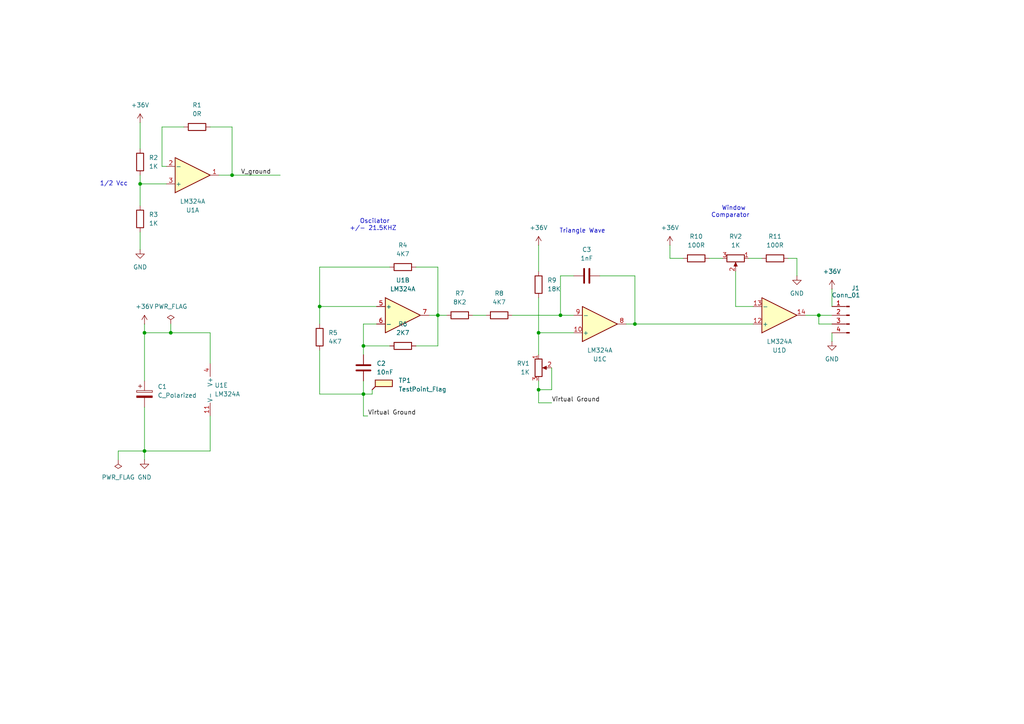
<source format=kicad_sch>
(kicad_sch (version 20231120) (generator "eeschema") (generator_version "8.0")
  (paper "A4")
  (lib_symbols
    (symbol "Amplifier_Operational:LM324A" (pin_names (offset 0.127))
      (property "Reference" "U" (at 0 5.08 0))
      (property "Value" "LM324A" (at 0 -5.08 0))
      (symbol "LM324A_1_1"
        (polyline (pts (xy -5.08 5.08) (xy 5.08 0) (xy -5.08 -5.08) (xy -5.08 5.08)) (stroke (width 0.254)) (fill (type background)))
        (pin output line (at 7.62 0 180) (length 2.54) (name "~") (number "1"))
        (pin input line (at -7.62 -2.54 0) (length 2.54) (name "-") (number "2"))
        (pin input line (at -7.62 2.54 0) (length 2.54) (name "+") (number "3"))
      )
      (symbol "LM324A_2_1"
        (polyline (pts (xy -5.08 5.08) (xy 5.08 0) (xy -5.08 -5.08) (xy -5.08 5.08)) (stroke (width 0.254)) (fill (type background)))
        (pin input line (at -7.62 2.54 0) (length 2.54) (name "+") (number "5"))
        (pin input line (at -7.62 -2.54 0) (length 2.54) (name "-") (number "6"))
        (pin output line (at 7.62 0 180) (length 2.54) (name "~") (number "7"))
      )
      (symbol "LM324A_3_1"
        (polyline (pts (xy -5.08 5.08) (xy 5.08 0) (xy -5.08 -5.08) (xy -5.08 5.08)) (stroke (width 0.254)) (fill (type background)))
        (pin input line (at -7.62 2.54 0) (length 2.54) (name "+") (number "10"))
        (pin output line (at 7.62 0 180) (length 2.54) (name "~") (number "8"))
        (pin input line (at -7.62 -2.54 0) (length 2.54) (name "-") (number "9"))
      )
      (symbol "LM324A_4_1"
        (polyline (pts (xy -5.08 5.08) (xy 5.08 0) (xy -5.08 -5.08) (xy -5.08 5.08)) (stroke (width 0.254)) (fill (type background)))
        (pin input line (at -7.62 2.54 0) (length 2.54) (name "+") (number "12"))
        (pin input line (at -7.62 -2.54 0) (length 2.54) (name "-") (number "13"))
        (pin output line (at 7.62 0 180) (length 2.54) (name "~") (number "14"))
      )
      (symbol "LM324A_5_1"
        (pin power_in line (at -2.54 -7.62 90) (length 3.81) (name "V-") (number "11"))
        (pin power_in line (at -2.54 7.62 270) (length 3.81) (name "V+") (number "4"))
      )
    )
    (symbol "Connector:Conn_01x04_Pin" (pin_names (offset 1.016) hide)
      (property "Reference" "J" (at 0 5.08 0))
      (property "Value" "Conn_01x04_Pin" (at 0 -7.62 0))
      (symbol "Conn_01x04_Pin_1_1"
        (polyline (pts (xy 1.27 -5.08) (xy 0.8636 -5.08)) (stroke (width 0.1524)))
        (polyline (pts (xy 1.27 -2.54) (xy 0.8636 -2.54)) (stroke (width 0.1524)))
        (polyline (pts (xy 1.27 0) (xy 0.8636 0)) (stroke (width 0.1524)))
        (polyline (pts (xy 1.27 2.54) (xy 0.8636 2.54)) (stroke (width 0.1524)))
        (rectangle (start 0.8636 -4.953) (end 0 -5.207) (stroke (width 0.1524)) (fill (type outline)))
        (rectangle (start 0.8636 -2.413) (end 0 -2.667) (stroke (width 0.1524)) (fill (type outline)))
        (rectangle (start 0.8636 0.127) (end 0 -0.127) (stroke (width 0.1524)) (fill (type outline)))
        (rectangle (start 0.8636 2.667) (end 0 2.413) (stroke (width 0.1524)) (fill (type outline)))
        (pin passive line (at 5.08 2.54 180) (length 3.81) (name "Pin_1") (number "1"))
        (pin passive line (at 5.08 0 180) (length 3.81) (name "Pin_2") (number "2"))
        (pin passive line (at 5.08 -2.54 180) (length 3.81) (name "Pin_3") (number "3"))
        (pin passive line (at 5.08 -5.08 180) (length 3.81) (name "Pin_4") (number "4"))
      )
    )
    (symbol "Connector:TestPoint_Flag" (pin_numbers hide) (pin_names (offset 0.762) hide)
      (property "Reference" "TP" (at 3.429 1.778 0))
      (property "Value" "TestPoint_Flag" (at 3.302 4.191 0))
      (symbol "TestPoint_Flag_0_1"
        (polyline (pts (xy 0 0) (xy 0.889 0.889)) (stroke (width 0.254)))
        (rectangle (start 0.889 2.794) (end 5.842 0.889) (stroke (width 0.254)) (fill (type background)))
      )
      (symbol "TestPoint_Flag_1_1"
        (pin passive line (at 0 0 90) (length 0) (name "1") (number "1"))
      )
    )
    (symbol "Device:C" (pin_numbers hide) (pin_names (offset 0.254))
      (property "Reference" "C" (at 0.635 2.54 0))
      (property "Value" "C" (at 0.635 -2.54 0))
      (symbol "C_0_1"
        (polyline (pts (xy -2.032 -0.762) (xy 2.032 -0.762)) (stroke (width 0.508)))
        (polyline (pts (xy -2.032 0.762) (xy 2.032 0.762)) (stroke (width 0.508)))
      )
      (symbol "C_1_1"
        (pin passive line (at 0 3.81 270) (length 2.794) (name "~") (number "1"))
        (pin passive line (at 0 -3.81 90) (length 2.794) (name "~") (number "2"))
      )
    )
    (symbol "Device:C_Polarized" (pin_numbers hide) (pin_names (offset 0.254))
      (property "Reference" "C" (at 0.635 2.54 0))
      (property "Value" "C_Polarized" (at 0.635 -2.54 0))
      (symbol "C_Polarized_0_1"
        (rectangle (start -2.286 0.508) (end 2.286 1.016))
        (polyline (pts (xy -1.778 2.286) (xy -0.762 2.286)))
        (polyline (pts (xy -1.27 2.794) (xy -1.27 1.778)))
        (rectangle (start 2.286 -0.508) (end -2.286 -1.016) (fill (type outline)))
      )
      (symbol "C_Polarized_1_1"
        (pin passive line (at 0 3.81 270) (length 2.794) (name "~") (number "1"))
        (pin passive line (at 0 -3.81 90) (length 2.794) (name "~") (number "2"))
      )
    )
    (symbol "Device:R" (pin_numbers hide) (pin_names (offset 0))
      (property "Reference" "R" (at 2.032 0 90))
      (property "Value" "R" (at 0 0 90))
      (symbol "R_0_1"
        (rectangle (start -1.016 -2.54) (end 1.016 2.54) (stroke (width 0.254)))
      )
      (symbol "R_1_1"
        (pin passive line (at 0 3.81 270) (length 1.27) (name "~") (number "1"))
        (pin passive line (at 0 -3.81 90) (length 1.27) (name "~") (number "2"))
      )
    )
    (symbol "Device:R_Potentiometer" (pin_names (offset 1.016) hide)
      (property "Reference" "RV" (at -4.445 0 90))
      (property "Value" "R_Potentiometer" (at -2.54 0 90))
      (symbol "R_Potentiometer_0_1"
        (polyline (pts (xy 2.54 0) (xy 1.524 0)))
        (polyline (pts (xy 1.143 0) (xy 2.286 0.508) (xy 2.286 -0.508) (xy 1.143 0)) (fill (type outline)))
        (rectangle (start 1.016 2.54) (end -1.016 -2.54) (stroke (width 0.254)))
      )
      (symbol "R_Potentiometer_1_1"
        (pin passive line (at 0 3.81 270) (length 1.27) (name "1") (number "1"))
        (pin passive line (at 3.81 0 180) (length 1.27) (name "2") (number "2"))
        (pin passive line (at 0 -3.81 90) (length 1.27) (name "3") (number "3"))
      )
    )
    (symbol "power:+36V" (power) (pin_numbers hide) (pin_names (offset 0) hide)
      (property "Value" "+36V" (at 0 3.556 0))
      (symbol "+36V_0_1"
        (polyline (pts (xy -0.762 1.27) (xy 0 2.54)))
        (polyline (pts (xy 0 0) (xy 0 2.54)))
        (polyline (pts (xy 0 2.54) (xy 0.762 1.27)))
      )
      (symbol "+36V_1_1"
        (pin power_in line (at 0 0 90) (length 0) (name "~") (number "1"))
      )
    )
    (symbol "power:GND" (power) (pin_numbers hide) (pin_names (offset 0) hide)
      (property "Value" "GND" (at 0 -3.81 0))
      (symbol "GND_0_1"
        (polyline (pts (xy 0 0) (xy 0 -1.27) (xy 1.27 -1.27) (xy 0 -2.54) (xy -1.27 -1.27) (xy 0 -1.27)))
      )
      (symbol "GND_1_1"
        (pin power_in line (at 0 0 270) (length 0) (name "~") (number "1"))
      )
    )
    (symbol "power:PWR_FLAG" (power) (pin_numbers hide) (pin_names (offset 0) hide)
      (property "Value" "PWR_FLAG" (at 0 3.81 0))
      (symbol "PWR_FLAG_0_0"
        (pin power_out line (at 0 0 90) (length 0) (name "~") (number "1"))
      )
      (symbol "PWR_FLAG_0_1"
        (polyline (pts (xy 0 0) (xy 0 1.27) (xy -1.016 1.905) (xy 0 2.54) (xy 1.016 1.905) (xy 0 1.27)))
      )
    )
  )
  (junction (at 67.31 50.8))
  (junction (at 127 91.44))
  (junction (at 105.41 114.3))
  (junction (at 92.71 88.9))
  (junction (at 156.21 113.03))
  (junction (at 41.91 130.81))
  (junction (at 237.49 91.44))
  (junction (at 105.41 100.33))
  (junction (at 156.21 96.52))
  (junction (at 41.91 96.52))
  (junction (at 49.53 96.52))
  (junction (at 40.64 53.34))
  (junction (at 184.15 93.98))
  (junction (at 162.56 91.44))
  (wire (pts (xy 41.91 118.11) (xy 41.91 130.81)))
  (wire (pts (xy 213.36 88.9) (xy 218.44 88.9)))
  (wire (pts (xy 120.65 100.33) (xy 127 100.33)))
  (wire (pts (xy 217.17 74.93) (xy 220.98 74.93)))
  (wire (pts (xy 184.15 80.01) (xy 184.15 93.98)))
  (wire (pts (xy 194.31 71.12) (xy 194.31 74.93)))
  (wire (pts (xy 67.31 50.8) (xy 81.28 50.8)))
  (wire (pts (xy 205.74 74.93) (xy 209.55 74.93)))
  (wire (pts (xy 40.64 50.8) (xy 40.64 53.34)))
  (wire (pts (xy 60.96 36.83) (xy 67.31 36.83)))
  (wire (pts (xy 162.56 91.44) (xy 166.37 91.44)))
  (wire (pts (xy 127 91.44) (xy 127 100.33)))
  (wire (pts (xy 127 77.47) (xy 127 91.44)))
  (wire (pts (xy 107.95 114.3) (xy 105.41 114.3)))
  (wire (pts (xy 60.96 130.81) (xy 41.91 130.81)))
  (wire (pts (xy 49.53 96.52) (xy 60.96 96.52)))
  (wire (pts (xy 41.91 93.98) (xy 41.91 96.52)))
  (wire (pts (xy 34.29 133.35) (xy 34.29 130.81)))
  (wire (pts (xy 233.68 91.44) (xy 237.49 91.44)))
  (wire (pts (xy 156.21 71.12) (xy 156.21 78.74)))
  (wire (pts (xy 184.15 93.98) (xy 181.61 93.98)))
  (wire (pts (xy 166.37 80.01) (xy 162.56 80.01)))
  (wire (pts (xy 49.53 96.52) (xy 41.91 96.52)))
  (wire (pts (xy 105.41 110.49) (xy 105.41 114.3)))
  (wire (pts (xy 156.21 96.52) (xy 156.21 102.87)))
  (wire (pts (xy 162.56 80.01) (xy 162.56 91.44)))
  (wire (pts (xy 92.71 101.6) (xy 92.71 114.3)))
  (wire (pts (xy 184.15 93.98) (xy 218.44 93.98)))
  (wire (pts (xy 237.49 93.98) (xy 241.3 93.98)))
  (wire (pts (xy 105.41 114.3) (xy 105.41 120.65)))
  (wire (pts (xy 124.46 91.44) (xy 127 91.44)))
  (wire (pts (xy 194.31 74.93) (xy 198.12 74.93)))
  (wire (pts (xy 40.64 67.31) (xy 40.64 72.39)))
  (wire (pts (xy 49.53 93.98) (xy 49.53 96.52)))
  (wire (pts (xy 156.21 86.36) (xy 156.21 96.52)))
  (wire (pts (xy 156.21 96.52) (xy 166.37 96.52)))
  (wire (pts (xy 237.49 93.98) (xy 237.49 91.44)))
  (wire (pts (xy 156.21 113.03) (xy 160.02 113.03)))
  (wire (pts (xy 92.71 114.3) (xy 105.41 114.3)))
  (wire (pts (xy 46.99 36.83) (xy 53.34 36.83)))
  (wire (pts (xy 60.96 105.41) (xy 60.96 96.52)))
  (wire (pts (xy 109.22 93.98) (xy 105.41 93.98)))
  (wire (pts (xy 156.21 116.84) (xy 156.21 113.03)))
  (wire (pts (xy 127 91.44) (xy 129.54 91.44)))
  (wire (pts (xy 231.14 74.93) (xy 231.14 80.01)))
  (wire (pts (xy 113.03 77.47) (xy 92.71 77.47)))
  (wire (pts (xy 173.99 80.01) (xy 184.15 80.01)))
  (wire (pts (xy 160.02 116.84) (xy 156.21 116.84)))
  (wire (pts (xy 137.16 91.44) (xy 140.97 91.44)))
  (wire (pts (xy 105.41 93.98) (xy 105.41 100.33)))
  (wire (pts (xy 120.65 77.47) (xy 127 77.47)))
  (wire (pts (xy 67.31 50.8) (xy 63.5 50.8)))
  (wire (pts (xy 40.64 53.34) (xy 40.64 59.69)))
  (wire (pts (xy 148.59 91.44) (xy 162.56 91.44)))
  (wire (pts (xy 237.49 91.44) (xy 241.3 91.44)))
  (wire (pts (xy 156.21 110.49) (xy 156.21 113.03)))
  (wire (pts (xy 109.22 88.9) (xy 92.71 88.9)))
  (wire (pts (xy 105.41 100.33) (xy 105.41 102.87)))
  (wire (pts (xy 60.96 120.65) (xy 60.96 130.81)))
  (wire (pts (xy 46.99 48.26) (xy 46.99 36.83)))
  (wire (pts (xy 213.36 78.74) (xy 213.36 88.9)))
  (wire (pts (xy 40.64 53.34) (xy 48.26 53.34)))
  (wire (pts (xy 107.95 113.03) (xy 107.95 114.3)))
  (wire (pts (xy 40.64 35.56) (xy 40.64 43.18)))
  (wire (pts (xy 241.3 96.52) (xy 241.3 99.06)))
  (wire (pts (xy 228.6 74.93) (xy 231.14 74.93)))
  (wire (pts (xy 105.41 120.65) (xy 106.68 120.65)))
  (wire (pts (xy 34.29 130.81) (xy 41.91 130.81)))
  (wire (pts (xy 67.31 36.83) (xy 67.31 50.8)))
  (wire (pts (xy 241.3 83.82) (xy 241.3 88.9)))
  (wire (pts (xy 41.91 96.52) (xy 41.91 110.49)))
  (wire (pts (xy 48.26 48.26) (xy 46.99 48.26)))
  (wire (pts (xy 92.71 88.9) (xy 92.71 93.98)))
  (wire (pts (xy 113.03 100.33) (xy 105.41 100.33)))
  (wire (pts (xy 160.02 106.68) (xy 160.02 113.03)))
  (wire (pts (xy 41.91 130.81) (xy 41.91 133.35)))
  (wire (pts (xy 92.71 77.47) (xy 92.71 88.9)))
  (text "1/2 Vcc" (at 33.02 53.34 0) (effects (font (size 1.27 1.27))))
  (text " Oscilator\n+/- 21.5KHZ" (at 108.204 65.278 0) (effects (font (size 1.27 1.27))))
  (text "Triangle Wave" (at 168.91 67.056 0) (effects (font (size 1.27 1.27))))
  (text "  Window\nComparator" (at 211.836 61.468 0) (effects (font (size 1.27 1.27))))
  (label "V_ground" (at 69.85 50.8 0))
  (label "Virtual Ground" (at 106.68 120.65 0))
  (label "Virtual Ground" (at 160.02 116.84 0))
  (symbol (lib_id "Device:R") (at 40.64 46.99 0) (unit 1)
    (property "Reference" "R2" (at 43.18 45.7199 0) (effects (justify left)))
    (property "Value" "1K" (at 43.18 48.2599 0) (effects (justify left)))
    (property "Footprint" "Resistor_THT:R_Axial_DIN0207_L6.3mm_D2.5mm_P7.62mm_Horizontal" (effects (hide yes)))
    (property "Description" "Resistor" (effects (hide yes)))
  )
  (symbol (lib_id "power:PWR_FLAG") (at 49.53 93.98 0) (unit 1)
    (property "Reference" "#FLG02" (effects (hide yes)))
    (property "Value" "PWR_FLAG" (at 49.53 88.9 0))
    (property "Description" "Special symbol for telling ERC where power comes from" (effects (hide yes)))
  )
  (symbol (lib_id "power:+36V") (at 40.64 35.56 0) (unit 1)
    (property "Reference" "#PWR05" (effects (hide yes)))
    (property "Value" "+36V" (at 40.64 30.48 0))
    (property "Description" "Power symbol creates a global label with name \"+36V\"" (effects (hide yes)))
  )
  (symbol (lib_id "Device:R") (at 201.93 74.93 90) (unit 1)
    (property "Reference" "R10" (at 201.93 68.58 90))
    (property "Value" "100R" (at 201.93 71.12 90))
    (property "Footprint" "Resistor_THT:R_Axial_DIN0207_L6.3mm_D2.5mm_P10.16mm_Horizontal" (effects (hide yes)))
    (property "Description" "Resistor" (effects (hide yes)))
  )
  (symbol (lib_id "Device:R") (at 156.21 82.55 0) (unit 1)
    (property "Reference" "R9" (at 158.75 81.2799 0) (effects (justify left)))
    (property "Value" "18K" (at 158.75 83.8199 0) (effects (justify left)))
    (property "Footprint" "Resistor_THT:R_Axial_DIN0207_L6.3mm_D2.5mm_P7.62mm_Horizontal" (effects (hide yes)))
    (property "Description" "Resistor" (effects (hide yes)))
  )
  (symbol (lib_id "Device:R") (at 116.84 100.33 90) (unit 1)
    (property "Reference" "R6" (at 116.84 93.98 90))
    (property "Value" "2K7" (at 116.84 96.52 90))
    (property "Footprint" "Resistor_THT:R_Axial_DIN0207_L6.3mm_D2.5mm_P7.62mm_Horizontal" (effects (hide yes)))
    (property "Description" "Resistor" (effects (hide yes)))
  )
  (symbol (lib_id "power:+36V") (at 41.91 93.98 0) (unit 1)
    (property "Reference" "#PWR03" (effects (hide yes)))
    (property "Value" "+36V" (at 41.91 88.9 0))
    (property "Description" "Power symbol creates a global label with name \"+36V\"" (effects (hide yes)))
  )
  (symbol (lib_id "power:GND") (at 231.14 80.01 0) (unit 1)
    (property "Reference" "#PWR010" (effects (hide yes)))
    (property "Value" "GND" (at 231.14 85.09 0))
    (property "Description" "Power symbol creates a global label with name \"GND\" , ground" (effects (hide yes)))
  )
  (symbol (lib_id "Amplifier_Operational:LM324A") (at 55.88 50.8 0) (mirror x) (unit 1)
    (property "Reference" "U1" (at 55.88 60.96 0))
    (property "Value" "LM324A" (at 55.88 58.42 0))
    (property "Footprint" "Package_DIP:CERDIP-14_W7.62mm_SideBrazed_Socket" (effects (hide yes)))
    (property "Datasheet" "http://www.ti.com/lit/ds/symlink/lm2902-n.pdf" (effects (hide yes)))
    (property "Description" "Low-Power, Quad-Operational Amplifiers, DIP-14/SOIC-14/SSOP-14" (effects (hide yes)))
  )
  (symbol (lib_id "Device:R_Potentiometer") (at 213.36 74.93 270) (unit 1)
    (property "Reference" "RV2" (at 213.36 68.58 90))
    (property "Value" "1K" (at 213.36 71.12 90))
    (property "Footprint" "Potentiometer_THT:Potentiometer_TT_P0915N" (effects (hide yes)))
    (property "Description" "Potentiometer" (effects (hide yes)))
  )
  (symbol (lib_id "Amplifier_Operational:LM324A") (at 226.06 91.44 0) (mirror x) (unit 4)
    (property "Reference" "U1" (at 226.06 101.6 0))
    (property "Value" "LM324A" (at 226.06 99.06 0))
    (property "Footprint" "Package_DIP:CERDIP-14_W7.62mm_SideBrazed_Socket" (effects (hide yes)))
    (property "Datasheet" "http://www.ti.com/lit/ds/symlink/lm2902-n.pdf" (effects (hide yes)))
    (property "Description" "Low-Power, Quad-Operational Amplifiers, DIP-14/SOIC-14/SSOP-14" (effects (hide yes)))
  )
  (symbol (lib_id "Device:R") (at 224.79 74.93 90) (unit 1)
    (property "Reference" "R11" (at 224.79 68.58 90))
    (property "Value" "100R" (at 224.79 71.12 90))
    (property "Footprint" "Resistor_THT:R_Axial_DIN0207_L6.3mm_D2.5mm_P10.16mm_Horizontal" (effects (hide yes)))
    (property "Description" "Resistor" (effects (hide yes)))
  )
  (symbol (lib_id "Device:R") (at 57.15 36.83 90) (unit 1)
    (property "Reference" "R1" (at 57.15 30.48 90))
    (property "Value" "0R" (at 57.15 33.02 90))
    (property "Footprint" "Resistor_THT:R_Axial_DIN0207_L6.3mm_D2.5mm_P7.62mm_Horizontal" (effects (hide yes)))
    (property "Description" "Resistor" (effects (hide yes)))
  )
  (symbol (lib_id "Amplifier_Operational:LM324A") (at 173.99 93.98 0) (mirror x) (unit 3)
    (property "Reference" "U1" (at 173.99 104.14 0))
    (property "Value" "LM324A" (at 173.99 101.6 0))
    (property "Footprint" "Package_DIP:CERDIP-14_W7.62mm_SideBrazed_Socket" (effects (hide yes)))
    (property "Datasheet" "http://www.ti.com/lit/ds/symlink/lm2902-n.pdf" (effects (hide yes)))
    (property "Description" "Low-Power, Quad-Operational Amplifiers, DIP-14/SOIC-14/SSOP-14" (effects (hide yes)))
  )
  (symbol (lib_id "power:+36V") (at 194.31 71.12 0) (unit 1)
    (property "Reference" "#PWR07" (effects (hide yes)))
    (property "Value" "+36V" (at 194.31 66.04 0))
    (property "Description" "Power symbol creates a global label with name \"+36V\"" (effects (hide yes)))
  )
  (symbol (lib_id "Device:R") (at 144.78 91.44 90) (unit 1)
    (property "Reference" "R8" (at 144.78 85.09 90))
    (property "Value" "4K7" (at 144.78 87.63 90))
    (property "Footprint" "Resistor_THT:R_Axial_DIN0207_L6.3mm_D2.5mm_P7.62mm_Horizontal" (effects (hide yes)))
    (property "Description" "Resistor" (effects (hide yes)))
  )
  (symbol (lib_id "Amplifier_Operational:LM324A") (at 63.5 113.03 0) (unit 5)
    (property "Reference" "U1" (at 62.23 111.7599 0) (effects (justify left)))
    (property "Value" "LM324A" (at 62.23 114.2999 0) (effects (justify left)))
    (property "Footprint" "Package_DIP:CERDIP-14_W7.62mm_SideBrazed_Socket" (effects (hide yes)))
    (property "Datasheet" "http://www.ti.com/lit/ds/symlink/lm2902-n.pdf" (effects (hide yes)))
    (property "Description" "Low-Power, Quad-Operational Amplifiers, DIP-14/SOIC-14/SSOP-14" (effects (hide yes)))
  )
  (symbol (lib_id "Device:R") (at 133.35 91.44 90) (unit 1)
    (property "Reference" "R7" (at 133.35 85.09 90))
    (property "Value" "8K2" (at 133.35 87.63 90))
    (property "Footprint" "Resistor_THT:R_Axial_DIN0207_L6.3mm_D2.5mm_P7.62mm_Horizontal" (effects (hide yes)))
    (property "Description" "Resistor" (effects (hide yes)))
  )
  (symbol (lib_id "power:+36V") (at 156.21 71.12 0) (unit 1)
    (property "Reference" "#PWR06" (effects (hide yes)))
    (property "Value" "+36V" (at 156.21 66.04 0))
    (property "Description" "Power symbol creates a global label with name \"+36V\"" (effects (hide yes)))
  )
  (symbol (lib_id "Amplifier_Operational:LM324A") (at 116.84 91.44 0) (unit 2)
    (property "Reference" "U1" (at 116.84 81.28 0))
    (property "Value" "LM324A" (at 116.84 83.82 0))
    (property "Footprint" "Package_DIP:CERDIP-14_W7.62mm_SideBrazed_Socket" (effects (hide yes)))
    (property "Datasheet" "http://www.ti.com/lit/ds/symlink/lm2902-n.pdf" (effects (hide yes)))
    (property "Description" "Low-Power, Quad-Operational Amplifiers, DIP-14/SOIC-14/SSOP-14" (effects (hide yes)))
  )
  (symbol (lib_id "Device:R") (at 116.84 77.47 90) (unit 1)
    (property "Reference" "R4" (at 116.84 71.12 90))
    (property "Value" "4K7" (at 116.84 73.66 90))
    (property "Footprint" "Resistor_THT:R_Axial_DIN0207_L6.3mm_D2.5mm_P7.62mm_Horizontal" (effects (hide yes)))
    (property "Description" "Resistor" (effects (hide yes)))
  )
  (symbol (lib_id "Device:C") (at 170.18 80.01 90) (unit 1)
    (property "Reference" "C3" (at 170.18 72.39 90))
    (property "Value" "1nF" (at 170.18 74.93 90))
    (property "Footprint" "Capacitor_THT:C_Disc_D5.0mm_W2.5mm_P2.50mm" (effects (hide yes)))
    (property "Description" "Unpolarized capacitor" (effects (hide yes)))
  )
  (symbol (lib_id "Connector:Conn_01x04_Pin") (at 246.38 91.44 0) (mirror y) (unit 1)
    (property "Reference" "J1" (at 248.158 83.566 0))
    (property "Value" "Conn_01" (at 245.364 85.598 0))
    (property "Footprint" "Connector_Wago:Wago_734-134_1x04_P3.50mm_Vertical" (effects (hide yes)))
    (property "Description" "Generic connector, single row, 01x04, script generated" (effects (hide yes)))
  )
  (symbol (lib_id "power:GND") (at 241.3 99.06 0) (unit 1)
    (property "Reference" "#PWR01" (effects (hide yes)))
    (property "Value" "GND" (at 241.3 104.14 0))
    (property "Description" "Power symbol creates a global label with name \"GND\" , ground" (effects (hide yes)))
  )
  (symbol (lib_id "Connector:TestPoint_Flag") (at 107.95 113.03 0) (unit 1)
    (property "Reference" "TP1" (at 115.57 110.3629 0) (effects (justify left)))
    (property "Value" "TestPoint_Flag" (at 115.57 112.9029 0) (effects (justify left)))
    (property "Footprint" "TestPoint:TestPoint_Loop_D2.50mm_Drill1.0mm" (effects (hide yes)))
    (property "Description" "test point (alternative flag-style design)" (effects (hide yes)))
  )
  (symbol (lib_id "power:GND") (at 40.64 72.39 0) (unit 1)
    (property "Reference" "#PWR04" (effects (hide yes)))
    (property "Value" "GND" (at 40.64 77.47 0))
    (property "Description" "Power symbol creates a global label with name \"GND\" , ground" (effects (hide yes)))
  )
  (symbol (lib_id "Device:R") (at 92.71 97.79 0) (unit 1)
    (property "Reference" "R5" (at 95.25 96.5199 0) (effects (justify left)))
    (property "Value" "4K7" (at 95.25 99.0599 0) (effects (justify left)))
    (property "Footprint" "Resistor_THT:R_Axial_DIN0207_L6.3mm_D2.5mm_P7.62mm_Horizontal" (effects (hide yes)))
    (property "Description" "Resistor" (effects (hide yes)))
  )
  (symbol (lib_id "power:PWR_FLAG") (at 34.29 133.35 180) (unit 1)
    (property "Reference" "#FLG01" (effects (hide yes)))
    (property "Value" "PWR_FLAG" (at 34.29 138.43 0))
    (property "Description" "Special symbol for telling ERC where power comes from" (effects (hide yes)))
  )
  (symbol (lib_id "power:+36V") (at 241.3 83.82 0) (unit 1)
    (property "Reference" "#PWR08" (effects (hide yes)))
    (property "Value" "+36V" (at 241.3 78.74 0))
    (property "Description" "Power symbol creates a global label with name \"+36V\"" (effects (hide yes)))
  )
  (symbol (lib_id "power:GND") (at 41.91 133.35 0) (unit 1)
    (property "Reference" "#PWR02" (effects (hide yes)))
    (property "Value" "GND" (at 41.91 138.43 0))
    (property "Description" "Power symbol creates a global label with name \"GND\" , ground" (effects (hide yes)))
  )
  (symbol (lib_id "Device:C") (at 105.41 106.68 0) (unit 1)
    (property "Reference" "C2" (at 109.22 105.4099 0) (effects (justify left)))
    (property "Value" "10nF" (at 109.22 107.9499 0) (effects (justify left)))
    (property "Footprint" "Capacitor_THT:C_Disc_D5.0mm_W2.5mm_P2.50mm" (effects (hide yes)))
    (property "Description" "Unpolarized capacitor" (effects (hide yes)))
  )
  (symbol (lib_id "Device:R_Potentiometer") (at 156.21 106.68 0) (unit 1)
    (property "Reference" "RV1" (at 153.67 105.4099 0) (effects (justify right)))
    (property "Value" "1K" (at 153.67 107.9499 0) (effects (justify right)))
    (property "Footprint" "Potentiometer_THT:Potentiometer_Bourns_3266Y_Vertical" (effects (hide yes)))
    (property "Description" "Potentiometer" (effects (hide yes)))
  )
  (symbol (lib_id "Device:C_Polarized") (at 41.91 114.3 0) (unit 1)
    (property "Reference" "C1" (at 45.72 112.1409 0) (effects (justify left)))
    (property "Value" "C_Polarized" (at 45.72 114.6809 0) (effects (justify left)))
    (property "Footprint" "Capacitor_THT:CP_Radial_D18.0mm_P7.50mm" (effects (hide yes)))
    (property "Description" "Polarized capacitor" (effects (hide yes)))
  )
  (symbol (lib_id "Device:R") (at 40.64 63.5 0) (unit 1)
    (property "Reference" "R3" (at 43.18 62.2299 0) (effects (justify left)))
    (property "Value" "1K" (at 43.18 64.7699 0) (effects (justify left)))
    (property "Footprint" "Resistor_THT:R_Axial_DIN0207_L6.3mm_D2.5mm_P7.62mm_Horizontal" (effects (hide yes)))
    (property "Description" "Resistor" (effects (hide yes)))
  )
)
</source>
